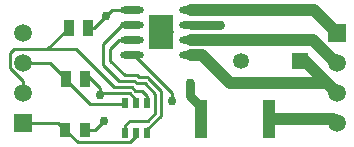
<source format=gtl>
G04*
G04 #@! TF.GenerationSoftware,Altium Limited,Altium Designer,18.0.12 (696)*
G04*
G04 Layer_Physical_Order=1*
G04 Layer_Color=255*
%FSLAX25Y25*%
%MOIN*%
G70*
G01*
G75*
%ADD12C,0.01000*%
%ADD25R,0.04134X0.12795*%
%ADD26R,0.03347X0.05118*%
%ADD27R,0.03740X0.05315*%
G04:AMPARAMS|DCode=28|XSize=21.65mil|YSize=31.5mil|CornerRadius=1.95mil|HoleSize=0mil|Usage=FLASHONLY|Rotation=0.000|XOffset=0mil|YOffset=0mil|HoleType=Round|Shape=RoundedRectangle|*
%AMROUNDEDRECTD28*
21,1,0.02165,0.02760,0,0,0.0*
21,1,0.01776,0.03150,0,0,0.0*
1,1,0.00390,0.00888,-0.01380*
1,1,0.00390,-0.00888,-0.01380*
1,1,0.00390,-0.00888,0.01380*
1,1,0.00390,0.00888,0.01380*
%
%ADD28ROUNDEDRECTD28*%
%ADD29R,0.08386X0.11811*%
%ADD30O,0.07874X0.02362*%
%ADD31C,0.04000*%
%ADD32C,0.03000*%
%ADD33C,0.05906*%
%ADD34R,0.05906X0.05906*%
%ADD35C,0.01968*%
%ADD36C,0.05315*%
%ADD37R,0.05315X0.05315*%
%ADD38C,0.03000*%
D12*
X145500Y117000D02*
X146038Y117538D01*
X155483D01*
X157634Y115387D01*
Y114463D02*
Y115387D01*
X150228Y119538D02*
X156312D01*
X137471Y132295D02*
X150228Y119538D01*
X158507Y123000D02*
X161500D01*
X157969Y123538D02*
X158507Y123000D01*
X153962Y123538D02*
X157969D01*
X149000Y128500D02*
X153962Y123538D01*
X157678Y121000D02*
X160500D01*
X157140Y121538D02*
X157678Y121000D01*
X151962Y121538D02*
X157140D01*
X146500Y127000D02*
X151962Y121538D01*
X157350Y118500D02*
X159500D01*
X156312Y119538D02*
X157350Y118500D01*
X159500D02*
X161374Y116626D01*
X134197Y122150D02*
X142347Y114000D01*
X153431D01*
X153894Y114463D01*
X145500Y117000D02*
Y119500D01*
X140496Y124504D02*
X145500Y119500D01*
X140496Y122500D02*
Y124504D01*
X128004Y132295D02*
X137471D01*
X147500Y143500D02*
X149500Y145500D01*
X156158D01*
X143488Y139488D02*
X147500Y143500D01*
X141496Y139488D02*
X143488D01*
X144000Y105500D02*
X147000Y108500D01*
X140693Y105500D02*
X144000D01*
X169500Y115000D02*
Y117828D01*
X156828Y130500D02*
X169500Y117828D01*
X156158Y130500D02*
X156828D01*
X161374Y104424D02*
Y105546D01*
X166000Y110172D01*
Y118328D01*
X161500Y122828D02*
X166000Y118328D01*
X161500Y122828D02*
Y123000D01*
X149000Y128500D02*
Y132500D01*
X152000Y135500D01*
X156158D01*
X153000Y140500D02*
X156158D01*
X146500Y134000D02*
X153000Y140500D01*
X146500Y127000D02*
Y134000D01*
X160500Y121000D02*
X164000Y117500D01*
Y111000D02*
Y117500D01*
X161500Y108500D02*
X164000Y111000D01*
X155500Y108500D02*
X161500D01*
X154000Y107000D02*
X155500Y108500D01*
X154000Y104530D02*
Y107000D01*
X153894Y104424D02*
X154000Y104530D01*
X161374Y114463D02*
Y116626D01*
X134197Y122150D02*
Y122500D01*
X128854Y127842D02*
X134197Y122500D01*
X120000Y127842D02*
X128854D01*
X128004Y132295D02*
X135197Y139488D01*
X116890Y132295D02*
X128004D01*
X115547Y130953D02*
X116890Y132295D01*
X115547Y125998D02*
Y130953D01*
Y125998D02*
X120000Y121545D01*
Y117842D02*
Y121545D01*
X157634Y103499D02*
Y104424D01*
X155483Y101349D02*
X157634Y103499D01*
X138151Y101349D02*
X155483D01*
X134000Y105500D02*
X138151Y101349D01*
X131658Y107843D02*
X134000Y105500D01*
X120000Y107843D02*
X131658D01*
X185500Y140500D02*
X186000Y140000D01*
X223342Y109000D02*
X224500Y107843D01*
D25*
X179165Y109000D02*
D03*
X202000D02*
D03*
D26*
X134000Y105500D02*
D03*
X140693D02*
D03*
D27*
X140496Y122500D02*
D03*
X134197D02*
D03*
X141496Y139488D02*
D03*
X135197D02*
D03*
D28*
X161374Y104424D02*
D03*
X157634D02*
D03*
X153894D02*
D03*
Y114463D02*
D03*
X157634D02*
D03*
X161374D02*
D03*
D29*
X166000Y138000D02*
D03*
D30*
X175842Y145500D02*
D03*
Y140500D02*
D03*
Y135500D02*
D03*
Y130500D02*
D03*
X156158D02*
D03*
Y135500D02*
D03*
Y140500D02*
D03*
Y145500D02*
D03*
D31*
X221342Y121000D02*
X224500Y117842D01*
X212185Y128500D02*
X213843D01*
X221342Y121000D01*
X224352Y127842D02*
X224500D01*
X216694Y135500D02*
X224352Y127842D01*
X175842Y135500D02*
X216694D01*
X189000Y121000D02*
X221342D01*
X179500Y130500D02*
X189000Y121000D01*
X175842Y130500D02*
X179500D01*
X216843Y145500D02*
X224500Y137843D01*
X175842Y145500D02*
X216843D01*
X202000Y109000D02*
X223342D01*
D32*
X175500Y116665D02*
Y121000D01*
Y116665D02*
X179165Y113000D01*
Y109000D02*
Y113000D01*
X175842Y140500D02*
X185500D01*
D33*
X224500Y107843D02*
D03*
Y117842D02*
D03*
Y127842D02*
D03*
X120000Y137843D02*
D03*
Y127842D02*
D03*
Y117842D02*
D03*
D34*
X224500Y137843D02*
D03*
X120000Y107843D02*
D03*
D35*
X162791Y138000D02*
D03*
X166000Y142724D02*
D03*
X169209Y138000D02*
D03*
X166000Y133276D02*
D03*
D36*
X192500Y128500D02*
D03*
D37*
X212185Y128500D02*
D03*
D38*
X145500Y117000D02*
D03*
X147500Y143500D02*
D03*
X169500Y115000D02*
D03*
X147000Y108500D02*
D03*
X175500Y121000D02*
D03*
X185500Y140500D02*
D03*
M02*

</source>
